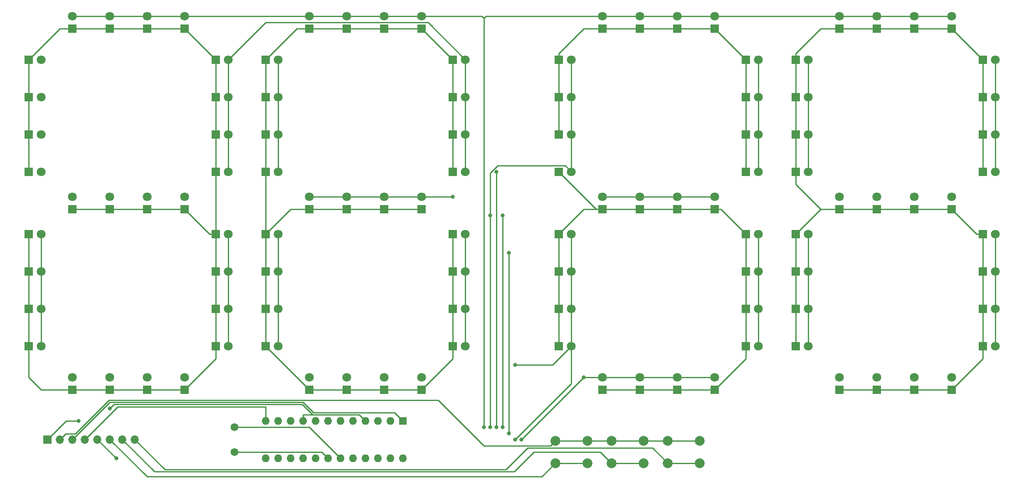
<source format=gbr>
%TF.GenerationSoftware,KiCad,Pcbnew,(6.0.9-0)*%
%TF.CreationDate,2022-11-15T20:56:47-05:00*%
%TF.ProjectId,clock,636c6f63-6b2e-46b6-9963-61645f706362,rev?*%
%TF.SameCoordinates,Original*%
%TF.FileFunction,Copper,L1,Top*%
%TF.FilePolarity,Positive*%
%FSLAX46Y46*%
G04 Gerber Fmt 4.6, Leading zero omitted, Abs format (unit mm)*
G04 Created by KiCad (PCBNEW (6.0.9-0)) date 2022-11-15 20:56:47*
%MOMM*%
%LPD*%
G01*
G04 APERTURE LIST*
%TA.AperFunction,ComponentPad*%
%ADD10R,1.800000X1.800000*%
%TD*%
%TA.AperFunction,ComponentPad*%
%ADD11C,1.800000*%
%TD*%
%TA.AperFunction,ComponentPad*%
%ADD12C,1.600000*%
%TD*%
%TA.AperFunction,ComponentPad*%
%ADD13C,2.000000*%
%TD*%
%TA.AperFunction,ComponentPad*%
%ADD14R,1.600000X1.600000*%
%TD*%
%TA.AperFunction,ComponentPad*%
%ADD15O,1.600000X1.600000*%
%TD*%
%TA.AperFunction,ComponentPad*%
%ADD16R,1.700000X1.700000*%
%TD*%
%TA.AperFunction,ComponentPad*%
%ADD17O,1.700000X1.700000*%
%TD*%
%TA.AperFunction,ViaPad*%
%ADD18C,0.800000*%
%TD*%
%TA.AperFunction,Conductor*%
%ADD19C,0.250000*%
%TD*%
G04 APERTURE END LIST*
D10*
%TO.P,D104,1,K*%
%TO.N,DIG_1*%
X80640000Y-29210000D03*
D11*
%TO.P,D104,2,A*%
%TO.N,SEG_F*%
X83180000Y-29210000D03*
%TD*%
D10*
%TO.P,D72,1,K*%
%TO.N,DIG_1*%
X118740000Y-52070000D03*
D11*
%TO.P,D72,2,A*%
%TO.N,SEG_B*%
X121280000Y-52070000D03*
%TD*%
D10*
%TO.P,D1,1,K*%
%TO.N,DIG_2*%
X149220000Y-22860000D03*
D11*
%TO.P,D1,2,A*%
%TO.N,SEG_A*%
X149220000Y-20320000D03*
%TD*%
D12*
%TO.P,R1,1*%
%TO.N,VCC*%
X74290000Y-104140000D03*
%TO.P,R1,2*%
%TO.N,Net-(R1-Pad2)*%
X74290000Y-109220000D03*
%TD*%
D10*
%TO.P,D91,1,K*%
%TO.N,DIG_3*%
X188590000Y-72390000D03*
D11*
%TO.P,D91,2,A*%
%TO.N,SEG_E*%
X191130000Y-72390000D03*
%TD*%
D10*
%TO.P,D43,1,K*%
%TO.N,DIG_2*%
X140330000Y-36830000D03*
D11*
%TO.P,D43,2,A*%
%TO.N,SEG_F*%
X142870000Y-36830000D03*
%TD*%
D10*
%TO.P,D36,1,K*%
%TO.N,DIG_2*%
X140330000Y-64770000D03*
D11*
%TO.P,D36,2,A*%
%TO.N,SEG_E*%
X142870000Y-64770000D03*
%TD*%
D10*
%TO.P,D5,1,K*%
%TO.N,DIG_2*%
X178430000Y-29210000D03*
D11*
%TO.P,D5,2,A*%
%TO.N,SEG_B*%
X180970000Y-29210000D03*
%TD*%
D10*
%TO.P,D48,1,K*%
%TO.N,DIG_0*%
X32380000Y-29210000D03*
D11*
%TO.P,D48,2,A*%
%TO.N,SEG_F*%
X34920000Y-29210000D03*
%TD*%
D10*
%TO.P,D22,1,K*%
%TO.N,DIG_0*%
X70480000Y-72390000D03*
D11*
%TO.P,D22,2,A*%
%TO.N,SEG_C*%
X73020000Y-72390000D03*
%TD*%
D10*
%TO.P,D27,1,K*%
%TO.N,DIG_2*%
X156840000Y-96520000D03*
D11*
%TO.P,D27,2,A*%
%TO.N,SEG_D*%
X156840000Y-93980000D03*
%TD*%
D10*
%TO.P,D53,1,K*%
%TO.N,DIG_0*%
X41270000Y-59690000D03*
D11*
%TO.P,D53,2,A*%
%TO.N,SEG_G*%
X41270000Y-57150000D03*
%TD*%
D10*
%TO.P,D81,1,K*%
%TO.N,DIG_3*%
X220340000Y-96520000D03*
D11*
%TO.P,D81,2,A*%
%TO.N,SEG_D*%
X220340000Y-93980000D03*
%TD*%
D10*
%TO.P,D52,1,K*%
%TO.N,DIG_2*%
X172080000Y-59690000D03*
D11*
%TO.P,D52,2,A*%
%TO.N,SEG_G*%
X172080000Y-57150000D03*
%TD*%
D10*
%TO.P,D10,1,K*%
%TO.N,DIG_0*%
X48890000Y-22860000D03*
D11*
%TO.P,D10,2,A*%
%TO.N,SEG_A*%
X48890000Y-20320000D03*
%TD*%
D10*
%TO.P,D21,1,K*%
%TO.N,DIG_0*%
X70480000Y-64770000D03*
D11*
%TO.P,D21,2,A*%
%TO.N,SEG_C*%
X73020000Y-64770000D03*
%TD*%
D10*
%TO.P,D63,1,K*%
%TO.N,DIG_1*%
X104770000Y-22860000D03*
D11*
%TO.P,D63,2,A*%
%TO.N,SEG_A*%
X104770000Y-20320000D03*
%TD*%
D10*
%TO.P,D59,1,K*%
%TO.N,DIG_3*%
X212720000Y-22860000D03*
D11*
%TO.P,D59,2,A*%
%TO.N,SEG_A*%
X212720000Y-20320000D03*
%TD*%
D10*
%TO.P,D103,1,K*%
%TO.N,DIG_1*%
X80640000Y-36830000D03*
D11*
%TO.P,D103,2,A*%
%TO.N,SEG_F*%
X83180000Y-36830000D03*
%TD*%
D10*
%TO.P,D51,1,K*%
%TO.N,DIG_2*%
X164460000Y-59690000D03*
D11*
%TO.P,D51,2,A*%
%TO.N,SEG_G*%
X164460000Y-57150000D03*
%TD*%
D10*
%TO.P,D61,1,K*%
%TO.N,DIG_1*%
X89530000Y-22860000D03*
D11*
%TO.P,D61,2,A*%
%TO.N,SEG_A*%
X89530000Y-20320000D03*
%TD*%
D10*
%TO.P,D45,1,K*%
%TO.N,DIG_0*%
X32380000Y-52070000D03*
D11*
%TO.P,D45,2,A*%
%TO.N,SEG_F*%
X34920000Y-52070000D03*
%TD*%
D10*
%TO.P,D29,1,K*%
%TO.N,DIG_0*%
X64130000Y-96520000D03*
D11*
%TO.P,D29,2,A*%
%TO.N,SEG_D*%
X64130000Y-93980000D03*
%TD*%
D10*
%TO.P,D90,1,K*%
%TO.N,DIG_3*%
X188590000Y-80010000D03*
D11*
%TO.P,D90,2,A*%
%TO.N,SEG_E*%
X191130000Y-80010000D03*
%TD*%
D10*
%TO.P,D96,1,K*%
%TO.N,DIG_1*%
X80640000Y-64770000D03*
D11*
%TO.P,D96,2,A*%
%TO.N,SEG_E*%
X83180000Y-64770000D03*
%TD*%
D10*
%TO.P,D40,1,K*%
%TO.N,DIG_0*%
X32380000Y-64770000D03*
D11*
%TO.P,D40,2,A*%
%TO.N,SEG_E*%
X34920000Y-64770000D03*
%TD*%
D10*
%TO.P,D83,1,K*%
%TO.N,DIG_3*%
X205100000Y-96520000D03*
D11*
%TO.P,D83,2,A*%
%TO.N,SEG_D*%
X205100000Y-93980000D03*
%TD*%
D10*
%TO.P,D19,1,K*%
%TO.N,DIG_2*%
X178430000Y-80010000D03*
D11*
%TO.P,D19,2,A*%
%TO.N,SEG_C*%
X180970000Y-80010000D03*
%TD*%
D10*
%TO.P,D74,1,K*%
%TO.N,DIG_3*%
X226690000Y-72390000D03*
D11*
%TO.P,D74,2,A*%
%TO.N,SEG_C*%
X229230000Y-72390000D03*
%TD*%
D10*
%TO.P,D26,1,K*%
%TO.N,DIG_2*%
X164460000Y-96520000D03*
D11*
%TO.P,D26,2,A*%
%TO.N,SEG_D*%
X164460000Y-93980000D03*
%TD*%
D10*
%TO.P,D67,1,K*%
%TO.N,DIG_3*%
X226690000Y-44450000D03*
D11*
%TO.P,D67,2,A*%
%TO.N,SEG_B*%
X229230000Y-44450000D03*
%TD*%
D10*
%TO.P,D70,1,K*%
%TO.N,DIG_1*%
X118740000Y-36830000D03*
D11*
%TO.P,D70,2,A*%
%TO.N,SEG_B*%
X121280000Y-36830000D03*
%TD*%
D10*
%TO.P,D39,1,K*%
%TO.N,DIG_0*%
X32380000Y-72390000D03*
D11*
%TO.P,D39,2,A*%
%TO.N,SEG_E*%
X34920000Y-72390000D03*
%TD*%
D10*
%TO.P,D56,1,K*%
%TO.N,DIG_0*%
X64130000Y-59690000D03*
D11*
%TO.P,D56,2,A*%
%TO.N,SEG_G*%
X64130000Y-57150000D03*
%TD*%
D10*
%TO.P,D68,1,K*%
%TO.N,DIG_3*%
X226690000Y-52070000D03*
D11*
%TO.P,D68,2,A*%
%TO.N,SEG_B*%
X229230000Y-52070000D03*
%TD*%
D10*
%TO.P,D64,1,K*%
%TO.N,DIG_1*%
X112390000Y-22860000D03*
D11*
%TO.P,D64,2,A*%
%TO.N,SEG_A*%
X112390000Y-20320000D03*
%TD*%
D10*
%TO.P,D109,1,K*%
%TO.N,DIG_1*%
X89530000Y-59690000D03*
D11*
%TO.P,D109,2,A*%
%TO.N,SEG_G*%
X89530000Y-57150000D03*
%TD*%
D10*
%TO.P,D69,1,K*%
%TO.N,DIG_1*%
X118740000Y-29210000D03*
D11*
%TO.P,D69,2,A*%
%TO.N,SEG_B*%
X121280000Y-29210000D03*
%TD*%
D10*
%TO.P,D73,1,K*%
%TO.N,DIG_3*%
X226690000Y-64770000D03*
D11*
%TO.P,D73,2,A*%
%TO.N,SEG_C*%
X229230000Y-64770000D03*
%TD*%
D10*
%TO.P,D89,1,K*%
%TO.N,DIG_3*%
X188590000Y-87630000D03*
D11*
%TO.P,D89,2,A*%
%TO.N,SEG_E*%
X191130000Y-87630000D03*
%TD*%
D10*
%TO.P,D9,1,K*%
%TO.N,DIG_0*%
X41270000Y-22860000D03*
D11*
%TO.P,D9,2,A*%
%TO.N,SEG_A*%
X41270000Y-20320000D03*
%TD*%
D13*
%TO.P,SW2,1,1*%
%TO.N,DOWN*%
X151050000Y-111470000D03*
X157550000Y-111470000D03*
%TO.P,SW2,2,2*%
%TO.N,GND*%
X151050000Y-106970000D03*
X157550000Y-106970000D03*
%TD*%
D10*
%TO.P,D4,1,K*%
%TO.N,DIG_2*%
X172080000Y-22860000D03*
D11*
%TO.P,D4,2,A*%
%TO.N,SEG_A*%
X172080000Y-20320000D03*
%TD*%
D10*
%TO.P,D88,1,K*%
%TO.N,DIG_1*%
X89530000Y-96520000D03*
D11*
%TO.P,D88,2,A*%
%TO.N,SEG_D*%
X89530000Y-93980000D03*
%TD*%
D10*
%TO.P,D28,1,K*%
%TO.N,DIG_2*%
X149220000Y-96520000D03*
D11*
%TO.P,D28,2,A*%
%TO.N,SEG_D*%
X149220000Y-93980000D03*
%TD*%
D10*
%TO.P,D57,1,K*%
%TO.N,DIG_3*%
X197480000Y-22860000D03*
D11*
%TO.P,D57,2,A*%
%TO.N,SEG_A*%
X197480000Y-20320000D03*
%TD*%
D10*
%TO.P,D65,1,K*%
%TO.N,DIG_3*%
X226690000Y-29210000D03*
D11*
%TO.P,D65,2,A*%
%TO.N,SEG_B*%
X229230000Y-29210000D03*
%TD*%
D10*
%TO.P,D24,1,K*%
%TO.N,DIG_0*%
X70480000Y-87630000D03*
D11*
%TO.P,D24,2,A*%
%TO.N,SEG_C*%
X73020000Y-87630000D03*
%TD*%
D10*
%TO.P,D20,1,K*%
%TO.N,DIG_2*%
X178430000Y-87630000D03*
D11*
%TO.P,D20,2,A*%
%TO.N,SEG_C*%
X180970000Y-87630000D03*
%TD*%
D10*
%TO.P,D37,1,K*%
%TO.N,DIG_0*%
X32380000Y-87630000D03*
D11*
%TO.P,D37,2,A*%
%TO.N,SEG_E*%
X34920000Y-87630000D03*
%TD*%
D10*
%TO.P,D54,1,K*%
%TO.N,DIG_0*%
X48890000Y-59690000D03*
D11*
%TO.P,D54,2,A*%
%TO.N,SEG_G*%
X48890000Y-57150000D03*
%TD*%
D10*
%TO.P,D80,1,K*%
%TO.N,DIG_1*%
X118740000Y-87630000D03*
D11*
%TO.P,D80,2,A*%
%TO.N,SEG_C*%
X121280000Y-87630000D03*
%TD*%
D10*
%TO.P,D47,1,K*%
%TO.N,DIG_0*%
X32380000Y-36830000D03*
D11*
%TO.P,D47,2,A*%
%TO.N,SEG_F*%
X34920000Y-36830000D03*
%TD*%
D10*
%TO.P,D34,1,K*%
%TO.N,DIG_2*%
X140330000Y-80010000D03*
D11*
%TO.P,D34,2,A*%
%TO.N,SEG_E*%
X142870000Y-80010000D03*
%TD*%
D10*
%TO.P,D102,1,K*%
%TO.N,DIG_1*%
X80640000Y-44450000D03*
D11*
%TO.P,D102,2,A*%
%TO.N,SEG_F*%
X83180000Y-44450000D03*
%TD*%
D10*
%TO.P,D35,1,K*%
%TO.N,DIG_2*%
X140330000Y-72390000D03*
D11*
%TO.P,D35,2,A*%
%TO.N,SEG_E*%
X142870000Y-72390000D03*
%TD*%
D10*
%TO.P,D112,1,K*%
%TO.N,DIG_1*%
X112390000Y-59690000D03*
D11*
%TO.P,D112,2,A*%
%TO.N,SEG_G*%
X112390000Y-57150000D03*
%TD*%
D10*
%TO.P,D71,1,K*%
%TO.N,DIG_1*%
X118740000Y-44450000D03*
D11*
%TO.P,D71,2,A*%
%TO.N,SEG_B*%
X121280000Y-44450000D03*
%TD*%
D10*
%TO.P,D49,1,K*%
%TO.N,DIG_2*%
X149220000Y-59690000D03*
D11*
%TO.P,D49,2,A*%
%TO.N,SEG_G*%
X149220000Y-57150000D03*
%TD*%
D10*
%TO.P,D17,1,K*%
%TO.N,DIG_2*%
X178430000Y-64770000D03*
D11*
%TO.P,D17,2,A*%
%TO.N,SEG_C*%
X180970000Y-64770000D03*
%TD*%
D10*
%TO.P,D106,1,K*%
%TO.N,DIG_3*%
X205100000Y-59690000D03*
D11*
%TO.P,D106,2,A*%
%TO.N,SEG_G*%
X205100000Y-57150000D03*
%TD*%
D10*
%TO.P,D32,1,K*%
%TO.N,DIG_0*%
X41270000Y-96520000D03*
D11*
%TO.P,D32,2,A*%
%TO.N,SEG_D*%
X41270000Y-93980000D03*
%TD*%
D10*
%TO.P,D100,1,K*%
%TO.N,DIG_3*%
X188590000Y-29210000D03*
D11*
%TO.P,D100,2,A*%
%TO.N,SEG_F*%
X191130000Y-29210000D03*
%TD*%
D10*
%TO.P,D55,1,K*%
%TO.N,DIG_0*%
X56510000Y-59690000D03*
D11*
%TO.P,D55,2,A*%
%TO.N,SEG_G*%
X56510000Y-57150000D03*
%TD*%
D10*
%TO.P,D44,1,K*%
%TO.N,DIG_2*%
X140330000Y-29210000D03*
D11*
%TO.P,D44,2,A*%
%TO.N,SEG_F*%
X142870000Y-29210000D03*
%TD*%
D10*
%TO.P,D15,1,K*%
%TO.N,DIG_0*%
X70480000Y-44450000D03*
D11*
%TO.P,D15,2,A*%
%TO.N,SEG_B*%
X73020000Y-44450000D03*
%TD*%
D10*
%TO.P,D99,1,K*%
%TO.N,DIG_3*%
X188590000Y-36830000D03*
D11*
%TO.P,D99,2,A*%
%TO.N,SEG_F*%
X191130000Y-36830000D03*
%TD*%
D10*
%TO.P,D108,1,K*%
%TO.N,DIG_3*%
X220340000Y-59690000D03*
D11*
%TO.P,D108,2,A*%
%TO.N,SEG_G*%
X220340000Y-57150000D03*
%TD*%
D10*
%TO.P,D66,1,K*%
%TO.N,DIG_3*%
X226690000Y-36830000D03*
D11*
%TO.P,D66,2,A*%
%TO.N,SEG_B*%
X229230000Y-36830000D03*
%TD*%
D10*
%TO.P,D58,1,K*%
%TO.N,DIG_3*%
X205100000Y-22860000D03*
D11*
%TO.P,D58,2,A*%
%TO.N,SEG_A*%
X205100000Y-20320000D03*
%TD*%
D10*
%TO.P,D110,1,K*%
%TO.N,DIG_1*%
X97150000Y-59690000D03*
D11*
%TO.P,D110,2,A*%
%TO.N,SEG_G*%
X97150000Y-57150000D03*
%TD*%
D10*
%TO.P,D23,1,K*%
%TO.N,DIG_0*%
X70480000Y-80010000D03*
D11*
%TO.P,D23,2,A*%
%TO.N,SEG_C*%
X73020000Y-80010000D03*
%TD*%
D14*
%TO.P,U2,1,DIN*%
%TO.N,MOSI*%
X108585000Y-102880000D03*
D15*
%TO.P,U2,2,DIG_0*%
%TO.N,DIG_0*%
X106045000Y-102880000D03*
%TO.P,U2,3,DIG_4*%
%TO.N,unconnected-(U2-Pad3)*%
X103505000Y-102880000D03*
%TO.P,U2,4,GND*%
%TO.N,GND*%
X100965000Y-102880000D03*
%TO.P,U2,5,DIG_6*%
%TO.N,unconnected-(U2-Pad5)*%
X98425000Y-102880000D03*
%TO.P,U2,6,DIG_2*%
%TO.N,DIG_2*%
X95885000Y-102880000D03*
%TO.P,U2,7,DIG_3*%
%TO.N,DIG_3*%
X93345000Y-102880000D03*
%TO.P,U2,8,DIG_7*%
%TO.N,unconnected-(U2-Pad8)*%
X90805000Y-102880000D03*
%TO.P,U2,9,GND*%
%TO.N,GND*%
X88265000Y-102880000D03*
%TO.P,U2,10,DIG_5*%
%TO.N,unconnected-(U2-Pad10)*%
X85725000Y-102880000D03*
%TO.P,U2,11,DIG_1*%
%TO.N,DIG_1*%
X83185000Y-102880000D03*
%TO.P,U2,12,LOAD*%
%TO.N,CE*%
X80645000Y-102880000D03*
%TO.P,U2,13,CLK*%
%TO.N,SCK*%
X80645000Y-110500000D03*
%TO.P,U2,14,SEG_A*%
%TO.N,SEG_A*%
X83185000Y-110500000D03*
%TO.P,U2,15,SEG_F*%
%TO.N,SEG_F*%
X85725000Y-110500000D03*
%TO.P,U2,16,SEG_B*%
%TO.N,SEG_B*%
X88265000Y-110500000D03*
%TO.P,U2,17,SEG_G*%
%TO.N,SEG_G*%
X90805000Y-110500000D03*
%TO.P,U2,18,ISET*%
%TO.N,Net-(R1-Pad2)*%
X93345000Y-110500000D03*
%TO.P,U2,19,V+*%
%TO.N,VCC*%
X95885000Y-110500000D03*
%TO.P,U2,20,SEG_C*%
%TO.N,SEG_C*%
X98425000Y-110500000D03*
%TO.P,U2,21,SEG_E*%
%TO.N,SEG_E*%
X100965000Y-110500000D03*
%TO.P,U2,22,SEG_DP*%
%TO.N,unconnected-(U2-Pad22)*%
X103505000Y-110500000D03*
%TO.P,U2,23,SEG_D*%
%TO.N,SEG_D*%
X106045000Y-110500000D03*
%TO.P,U2,24,DOUT*%
%TO.N,unconnected-(U2-Pad24)*%
X108585000Y-110500000D03*
%TD*%
D10*
%TO.P,D33,1,K*%
%TO.N,DIG_2*%
X140330000Y-87630000D03*
D11*
%TO.P,D33,2,A*%
%TO.N,SEG_E*%
X142870000Y-87630000D03*
%TD*%
D10*
%TO.P,D92,1,K*%
%TO.N,DIG_3*%
X188590000Y-64770000D03*
D11*
%TO.P,D92,2,A*%
%TO.N,SEG_E*%
X191130000Y-64770000D03*
%TD*%
D10*
%TO.P,D7,1,K*%
%TO.N,DIG_2*%
X178430000Y-44450000D03*
D11*
%TO.P,D7,2,A*%
%TO.N,SEG_B*%
X180970000Y-44450000D03*
%TD*%
D10*
%TO.P,D82,1,K*%
%TO.N,DIG_3*%
X212720000Y-96520000D03*
D11*
%TO.P,D82,2,A*%
%TO.N,SEG_D*%
X212720000Y-93980000D03*
%TD*%
D10*
%TO.P,D79,1,K*%
%TO.N,DIG_1*%
X118740000Y-80010000D03*
D11*
%TO.P,D79,2,A*%
%TO.N,SEG_C*%
X121280000Y-80010000D03*
%TD*%
D10*
%TO.P,D30,1,K*%
%TO.N,DIG_0*%
X56510000Y-96520000D03*
D11*
%TO.P,D30,2,A*%
%TO.N,SEG_D*%
X56510000Y-93980000D03*
%TD*%
D10*
%TO.P,D95,1,K*%
%TO.N,DIG_1*%
X80640000Y-72390000D03*
D11*
%TO.P,D95,2,A*%
%TO.N,SEG_E*%
X83180000Y-72390000D03*
%TD*%
D10*
%TO.P,D16,1,K*%
%TO.N,DIG_0*%
X70480000Y-52070000D03*
D11*
%TO.P,D16,2,A*%
%TO.N,SEG_B*%
X73020000Y-52070000D03*
%TD*%
D10*
%TO.P,D13,1,K*%
%TO.N,DIG_0*%
X70480000Y-29210000D03*
D11*
%TO.P,D13,2,A*%
%TO.N,SEG_B*%
X73020000Y-29210000D03*
%TD*%
D10*
%TO.P,D60,1,K*%
%TO.N,DIG_3*%
X220340000Y-22860000D03*
D11*
%TO.P,D60,2,A*%
%TO.N,SEG_A*%
X220340000Y-20320000D03*
%TD*%
D10*
%TO.P,D2,1,K*%
%TO.N,DIG_2*%
X156840000Y-22860000D03*
D11*
%TO.P,D2,2,A*%
%TO.N,SEG_A*%
X156840000Y-20320000D03*
%TD*%
D10*
%TO.P,D11,1,K*%
%TO.N,DIG_0*%
X56510000Y-22860000D03*
D11*
%TO.P,D11,2,A*%
%TO.N,SEG_A*%
X56510000Y-20320000D03*
%TD*%
D10*
%TO.P,D101,1,K*%
%TO.N,DIG_1*%
X80640000Y-52070000D03*
D11*
%TO.P,D101,2,A*%
%TO.N,SEG_F*%
X83180000Y-52070000D03*
%TD*%
D13*
%TO.P,SW3,1,1*%
%TO.N,SET*%
X162480000Y-111470000D03*
X168980000Y-111470000D03*
%TO.P,SW3,2,2*%
%TO.N,GND*%
X162480000Y-106970000D03*
X168980000Y-106970000D03*
%TD*%
D10*
%TO.P,D50,1,K*%
%TO.N,DIG_2*%
X156840000Y-59690000D03*
D11*
%TO.P,D50,2,A*%
%TO.N,SEG_G*%
X156840000Y-57150000D03*
%TD*%
D10*
%TO.P,D86,1,K*%
%TO.N,DIG_1*%
X104770000Y-96520000D03*
D11*
%TO.P,D86,2,A*%
%TO.N,SEG_D*%
X104770000Y-93980000D03*
%TD*%
D10*
%TO.P,D3,1,K*%
%TO.N,DIG_2*%
X164460000Y-22860000D03*
D11*
%TO.P,D3,2,A*%
%TO.N,SEG_A*%
X164460000Y-20320000D03*
%TD*%
D10*
%TO.P,D76,1,K*%
%TO.N,DIG_3*%
X226690000Y-87630000D03*
D11*
%TO.P,D76,2,A*%
%TO.N,SEG_C*%
X229230000Y-87630000D03*
%TD*%
D10*
%TO.P,D14,1,K*%
%TO.N,DIG_0*%
X70480000Y-36830000D03*
D11*
%TO.P,D14,2,A*%
%TO.N,SEG_B*%
X73020000Y-36830000D03*
%TD*%
D10*
%TO.P,D78,1,K*%
%TO.N,DIG_1*%
X118740000Y-72390000D03*
D11*
%TO.P,D78,2,A*%
%TO.N,SEG_C*%
X121280000Y-72390000D03*
%TD*%
D10*
%TO.P,D42,1,K*%
%TO.N,DIG_2*%
X140330000Y-44450000D03*
D11*
%TO.P,D42,2,A*%
%TO.N,SEG_F*%
X142870000Y-44450000D03*
%TD*%
D16*
%TO.P,J1,1,Pin_1*%
%TO.N,VCC*%
X36205000Y-106655000D03*
D17*
%TO.P,J1,2,Pin_2*%
%TO.N,GND*%
X38745000Y-106655000D03*
%TO.P,J1,3,Pin_3*%
%TO.N,MOSI*%
X41285000Y-106655000D03*
%TO.P,J1,4,Pin_4*%
%TO.N,CE*%
X43825000Y-106655000D03*
%TO.P,J1,5,Pin_5*%
%TO.N,SCK*%
X46365000Y-106655000D03*
%TO.P,J1,6,Pin_6*%
%TO.N,UP*%
X48905000Y-106655000D03*
%TO.P,J1,7,Pin_7*%
%TO.N,DOWN*%
X51445000Y-106655000D03*
%TO.P,J1,8,Pin_8*%
%TO.N,SET*%
X53985000Y-106655000D03*
%TD*%
D10*
%TO.P,D97,1,K*%
%TO.N,DIG_3*%
X188590000Y-52070000D03*
D11*
%TO.P,D97,2,A*%
%TO.N,SEG_F*%
X191130000Y-52070000D03*
%TD*%
D10*
%TO.P,D98,1,K*%
%TO.N,DIG_3*%
X188590000Y-44450000D03*
D11*
%TO.P,D98,2,A*%
%TO.N,SEG_F*%
X191130000Y-44450000D03*
%TD*%
D10*
%TO.P,D94,1,K*%
%TO.N,DIG_1*%
X80640000Y-80010000D03*
D11*
%TO.P,D94,2,A*%
%TO.N,SEG_E*%
X83180000Y-80010000D03*
%TD*%
D10*
%TO.P,D38,1,K*%
%TO.N,DIG_0*%
X32380000Y-80010000D03*
D11*
%TO.P,D38,2,A*%
%TO.N,SEG_E*%
X34920000Y-80010000D03*
%TD*%
D10*
%TO.P,D85,1,K*%
%TO.N,DIG_1*%
X112390000Y-96520000D03*
D11*
%TO.P,D85,2,A*%
%TO.N,SEG_D*%
X112390000Y-93980000D03*
%TD*%
D10*
%TO.P,D77,1,K*%
%TO.N,DIG_1*%
X118740000Y-64770000D03*
D11*
%TO.P,D77,2,A*%
%TO.N,SEG_C*%
X121280000Y-64770000D03*
%TD*%
D10*
%TO.P,D8,1,K*%
%TO.N,DIG_2*%
X178430000Y-52070000D03*
D11*
%TO.P,D8,2,A*%
%TO.N,SEG_B*%
X180970000Y-52070000D03*
%TD*%
D10*
%TO.P,D93,1,K*%
%TO.N,DIG_1*%
X80640000Y-87630000D03*
D11*
%TO.P,D93,2,A*%
%TO.N,SEG_E*%
X83180000Y-87630000D03*
%TD*%
D10*
%TO.P,D41,1,K*%
%TO.N,DIG_2*%
X140330000Y-52070000D03*
D11*
%TO.P,D41,2,A*%
%TO.N,SEG_F*%
X142870000Y-52070000D03*
%TD*%
D10*
%TO.P,D12,1,K*%
%TO.N,DIG_0*%
X64130000Y-22860000D03*
D11*
%TO.P,D12,2,A*%
%TO.N,SEG_A*%
X64130000Y-20320000D03*
%TD*%
D10*
%TO.P,D25,1,K*%
%TO.N,DIG_2*%
X172080000Y-96520000D03*
D11*
%TO.P,D25,2,A*%
%TO.N,SEG_D*%
X172080000Y-93980000D03*
%TD*%
D10*
%TO.P,D105,1,K*%
%TO.N,DIG_3*%
X197480000Y-59690000D03*
D11*
%TO.P,D105,2,A*%
%TO.N,SEG_G*%
X197480000Y-57150000D03*
%TD*%
D10*
%TO.P,D31,1,K*%
%TO.N,DIG_0*%
X48890000Y-96520000D03*
D11*
%TO.P,D31,2,A*%
%TO.N,SEG_D*%
X48890000Y-93980000D03*
%TD*%
D10*
%TO.P,D18,1,K*%
%TO.N,DIG_2*%
X178430000Y-72390000D03*
D11*
%TO.P,D18,2,A*%
%TO.N,SEG_C*%
X180970000Y-72390000D03*
%TD*%
D10*
%TO.P,D107,1,K*%
%TO.N,DIG_3*%
X212720000Y-59690000D03*
D11*
%TO.P,D107,2,A*%
%TO.N,SEG_G*%
X212720000Y-57150000D03*
%TD*%
D10*
%TO.P,D75,1,K*%
%TO.N,DIG_3*%
X226690000Y-80010000D03*
D11*
%TO.P,D75,2,A*%
%TO.N,SEG_C*%
X229230000Y-80010000D03*
%TD*%
D10*
%TO.P,D87,1,K*%
%TO.N,DIG_1*%
X97150000Y-96520000D03*
D11*
%TO.P,D87,2,A*%
%TO.N,SEG_D*%
X97150000Y-93980000D03*
%TD*%
D10*
%TO.P,D84,1,K*%
%TO.N,DIG_3*%
X197480000Y-96520000D03*
D11*
%TO.P,D84,2,A*%
%TO.N,SEG_D*%
X197480000Y-93980000D03*
%TD*%
D13*
%TO.P,SW1,1,1*%
%TO.N,UP*%
X146120000Y-111470000D03*
X139620000Y-111470000D03*
%TO.P,SW1,2,2*%
%TO.N,GND*%
X139620000Y-106970000D03*
X146120000Y-106970000D03*
%TD*%
D10*
%TO.P,D46,1,K*%
%TO.N,DIG_0*%
X32380000Y-44450000D03*
D11*
%TO.P,D46,2,A*%
%TO.N,SEG_F*%
X34920000Y-44450000D03*
%TD*%
D10*
%TO.P,D111,1,K*%
%TO.N,DIG_1*%
X104770000Y-59690000D03*
D11*
%TO.P,D111,2,A*%
%TO.N,SEG_G*%
X104770000Y-57150000D03*
%TD*%
D10*
%TO.P,D6,1,K*%
%TO.N,DIG_2*%
X178430000Y-36830000D03*
D11*
%TO.P,D6,2,A*%
%TO.N,SEG_B*%
X180970000Y-36830000D03*
%TD*%
D10*
%TO.P,D62,1,K*%
%TO.N,DIG_1*%
X97150000Y-22860000D03*
D11*
%TO.P,D62,2,A*%
%TO.N,SEG_A*%
X97150000Y-20320000D03*
%TD*%
D18*
%TO.N,SEG_A*%
X125090000Y-104140000D03*
%TO.N,SEG_B*%
X127630000Y-52070000D03*
X127630000Y-104140000D03*
%TO.N,SEG_C*%
X130170000Y-68580000D03*
X130170000Y-105410000D03*
%TO.N,SEG_D*%
X132710000Y-106680000D03*
X145410000Y-93980000D03*
%TO.N,SEG_E*%
X131440000Y-91440000D03*
X131440000Y-106680000D03*
%TO.N,SEG_F*%
X126360000Y-104140000D03*
X126360000Y-60960000D03*
%TO.N,SEG_G*%
X118740000Y-57150000D03*
X128900000Y-60960000D03*
X128900000Y-104140000D03*
%TO.N,VCC*%
X42540000Y-102870000D03*
%TO.N,GND*%
X48890000Y-100330000D03*
%TO.N,SCK*%
X50210000Y-110500000D03*
%TD*%
D19*
%TO.N,DIG_2*%
X145410000Y-59690000D02*
X140330000Y-64770000D01*
X140330000Y-29210000D02*
X140330000Y-44450000D01*
X172080000Y-22860000D02*
X178430000Y-29210000D01*
X173350000Y-59690000D02*
X178430000Y-64770000D01*
X147950000Y-59690000D02*
X149220000Y-59690000D01*
X140330000Y-29210000D02*
X140330000Y-27940000D01*
X172080000Y-96520000D02*
X178430000Y-90170000D01*
X145410000Y-22860000D02*
X149220000Y-22860000D01*
X172080000Y-59690000D02*
X149220000Y-59690000D01*
X178430000Y-90170000D02*
X178430000Y-87630000D01*
X149220000Y-96520000D02*
X172080000Y-96520000D01*
X140330000Y-52070000D02*
X147950000Y-59690000D01*
X149220000Y-59690000D02*
X145410000Y-59690000D01*
X140330000Y-27940000D02*
X145410000Y-22860000D01*
X178430000Y-29210000D02*
X178430000Y-52070000D01*
X140330000Y-64770000D02*
X140330000Y-87630000D01*
X178430000Y-87630000D02*
X178430000Y-64770000D01*
X172080000Y-59690000D02*
X173350000Y-59690000D01*
X149220000Y-22860000D02*
X172080000Y-22860000D01*
%TO.N,SEG_A*%
X64130000Y-20320000D02*
X89530000Y-20320000D01*
X97150000Y-20320000D02*
X104770000Y-20320000D01*
X156840000Y-20320000D02*
X149645000Y-20320000D01*
X97150000Y-20320000D02*
X89530000Y-20320000D01*
X125090000Y-104140000D02*
X125090000Y-20745000D01*
X156840000Y-20320000D02*
X172080000Y-20320000D01*
X104770000Y-20320000D02*
X112390000Y-20320000D01*
X172080000Y-20320000D02*
X220340000Y-20320000D01*
X56510000Y-20320000D02*
X63705000Y-20320000D01*
X48890000Y-20320000D02*
X56510000Y-20320000D01*
X125515000Y-20320000D02*
X149220000Y-20320000D01*
X125090000Y-20745000D02*
X125515000Y-20320000D01*
X112390000Y-20320000D02*
X124665000Y-20320000D01*
X124665000Y-20320000D02*
X125090000Y-20745000D01*
X41270000Y-20320000D02*
X48890000Y-20320000D01*
%TO.N,SEG_B*%
X113705000Y-21635000D02*
X80595000Y-21635000D01*
X121280000Y-29210000D02*
X121280000Y-52070000D01*
X121280000Y-29210000D02*
X113705000Y-21635000D01*
X127630000Y-104140000D02*
X127630000Y-52070000D01*
X180970000Y-52070000D02*
X180970000Y-29210000D01*
X73020000Y-29210000D02*
X73020000Y-52070000D01*
X80595000Y-21635000D02*
X73020000Y-29210000D01*
X229230000Y-52070000D02*
X229230000Y-29210000D01*
%TO.N,DIG_0*%
X41270000Y-22860000D02*
X64130000Y-22860000D01*
X38730000Y-22860000D02*
X32380000Y-29210000D01*
X69210000Y-64770000D02*
X64130000Y-59690000D01*
X64130000Y-59690000D02*
X41270000Y-59690000D01*
X70480000Y-29210000D02*
X70480000Y-52070000D01*
X34920000Y-96520000D02*
X32380000Y-93980000D01*
X70480000Y-90170000D02*
X64130000Y-96520000D01*
X41270000Y-22860000D02*
X38730000Y-22860000D01*
X32380000Y-29210000D02*
X32380000Y-36830000D01*
X41270000Y-96520000D02*
X34920000Y-96520000D01*
X32380000Y-44450000D02*
X32380000Y-52070000D01*
X41270000Y-96520000D02*
X64130000Y-96520000D01*
X32380000Y-36830000D02*
X32380000Y-44450000D01*
X70480000Y-52070000D02*
X70480000Y-87630000D01*
X64130000Y-22860000D02*
X70480000Y-29210000D01*
X70480000Y-87630000D02*
X70480000Y-90170000D01*
X70480000Y-64770000D02*
X69210000Y-64770000D01*
X32380000Y-93980000D02*
X32380000Y-64770000D01*
%TO.N,SEG_C*%
X229230000Y-64770000D02*
X229230000Y-87630000D01*
X180970000Y-64770000D02*
X180970000Y-72390000D01*
X180970000Y-72390000D02*
X180970000Y-80010000D01*
X73020000Y-64770000D02*
X73020000Y-87630000D01*
X130170000Y-105410000D02*
X130170000Y-68580000D01*
X180970000Y-80010000D02*
X180970000Y-87630000D01*
X121280000Y-64770000D02*
X121280000Y-87630000D01*
%TO.N,SEG_D*%
X149220000Y-93980000D02*
X172080000Y-93980000D01*
X145410000Y-93980000D02*
X149220000Y-93980000D01*
X132710000Y-106680000D02*
X145410000Y-93980000D01*
%TO.N,SEG_E*%
X142870000Y-87630000D02*
X139060000Y-91440000D01*
X34920000Y-64770000D02*
X34920000Y-87630000D01*
X142870000Y-64770000D02*
X142870000Y-87630000D01*
X131440000Y-106680000D02*
X142870000Y-95250000D01*
X83180000Y-64770000D02*
X83180000Y-87630000D01*
X142870000Y-95250000D02*
X142870000Y-87630000D01*
X191130000Y-64770000D02*
X191130000Y-87630000D01*
X139060000Y-91440000D02*
X131440000Y-91440000D01*
%TO.N,SEG_F*%
X141645000Y-50845000D02*
X127829695Y-50845000D01*
X126360000Y-52314695D02*
X126360000Y-60960000D01*
X127829695Y-50845000D02*
X126360000Y-52314695D01*
X126360000Y-104140000D02*
X126360000Y-60960000D01*
X83180000Y-29210000D02*
X83180000Y-52070000D01*
X191130000Y-29210000D02*
X191130000Y-52070000D01*
X142870000Y-29210000D02*
X142870000Y-52070000D01*
X142870000Y-52070000D02*
X141645000Y-50845000D01*
%TO.N,SEG_G*%
X128900000Y-104140000D02*
X128900000Y-60960000D01*
X172080000Y-57150000D02*
X149220000Y-57150000D01*
X118740000Y-57150000D02*
X89530000Y-57150000D01*
%TO.N,DIG_3*%
X220340000Y-59690000D02*
X197480000Y-59690000D01*
X188590000Y-64770000D02*
X188590000Y-87630000D01*
X193670000Y-22860000D02*
X197480000Y-22860000D01*
X226690000Y-29210000D02*
X226690000Y-52070000D01*
X193670000Y-59690000D02*
X188590000Y-64770000D01*
X188590000Y-52070000D02*
X188590000Y-54610000D01*
X197480000Y-96520000D02*
X220340000Y-96520000D01*
X193670000Y-59690000D02*
X197480000Y-59690000D01*
X197480000Y-22860000D02*
X220340000Y-22860000D01*
X188590000Y-29210000D02*
X188590000Y-27940000D01*
X220340000Y-96520000D02*
X226690000Y-90170000D01*
X220340000Y-22860000D02*
X226690000Y-29210000D01*
X188590000Y-54610000D02*
X193670000Y-59690000D01*
X188590000Y-27940000D02*
X193670000Y-22860000D01*
X226690000Y-90170000D02*
X226690000Y-64770000D01*
X226690000Y-64770000D02*
X225420000Y-64770000D01*
X225420000Y-64770000D02*
X220340000Y-59690000D01*
X188590000Y-52070000D02*
X188590000Y-29210000D01*
%TO.N,DIG_1*%
X89530000Y-59690000D02*
X112390000Y-59690000D01*
X112390000Y-96520000D02*
X118740000Y-90170000D01*
X118740000Y-90170000D02*
X118740000Y-87630000D01*
X89530000Y-22860000D02*
X112390000Y-22860000D01*
X80640000Y-29210000D02*
X86990000Y-22860000D01*
X118740000Y-29210000D02*
X118740000Y-52070000D01*
X86990000Y-22860000D02*
X89530000Y-22860000D01*
X112390000Y-22860000D02*
X118740000Y-29210000D01*
X80640000Y-64770000D02*
X85720000Y-59690000D01*
X80640000Y-87630000D02*
X80640000Y-64770000D01*
X89530000Y-96520000D02*
X112390000Y-96520000D01*
X80640000Y-29210000D02*
X80640000Y-64770000D01*
X85720000Y-59690000D02*
X89530000Y-59690000D01*
X89530000Y-96520000D02*
X80640000Y-87630000D01*
X118740000Y-64770000D02*
X118740000Y-87630000D01*
%TO.N,VCC*%
X74290000Y-104140000D02*
X89525000Y-104140000D01*
X89525000Y-104140000D02*
X95885000Y-110500000D01*
X39990000Y-102870000D02*
X42540000Y-102870000D01*
X36205000Y-106655000D02*
X39990000Y-102870000D01*
%TO.N,GND*%
X41823604Y-105480000D02*
X48693604Y-98610000D01*
X125090000Y-107950000D02*
X138640000Y-107950000D01*
X88260000Y-101600000D02*
X88265000Y-101605000D01*
X139620000Y-106970000D02*
X168980000Y-106970000D01*
X49710000Y-99510000D02*
X88073604Y-99510000D01*
X38745000Y-106655000D02*
X39920000Y-105480000D01*
X90800000Y-101600000D02*
X88260000Y-101600000D01*
X49710000Y-99510000D02*
X48890000Y-100330000D01*
X90800000Y-101600000D02*
X90163604Y-101600000D01*
X48693604Y-98610000D02*
X115750000Y-98610000D01*
X39920000Y-105480000D02*
X41823604Y-105480000D01*
X88265000Y-101605000D02*
X88265000Y-102880000D01*
X100965000Y-102880000D02*
X99685000Y-101600000D01*
X88073604Y-99510000D02*
X90163604Y-101600000D01*
X99685000Y-101600000D02*
X90800000Y-101600000D01*
X138640000Y-107950000D02*
X139620000Y-106970000D01*
X115750000Y-98610000D02*
X125090000Y-107950000D01*
%TO.N,MOSI*%
X90350000Y-101150000D02*
X88260000Y-99060000D01*
X48880000Y-99060000D02*
X41285000Y-106655000D01*
X88260000Y-99060000D02*
X48880000Y-99060000D01*
X106855000Y-101150000D02*
X108585000Y-102880000D01*
X90350000Y-101150000D02*
X106855000Y-101150000D01*
%TO.N,CE*%
X80645000Y-99965000D02*
X50515000Y-99965000D01*
X50515000Y-99965000D02*
X43825000Y-106655000D01*
X80645000Y-102880000D02*
X80645000Y-99965000D01*
%TO.N,SCK*%
X50210000Y-110500000D02*
X46365000Y-106655000D01*
%TO.N,UP*%
X56510000Y-114260000D02*
X136830000Y-114260000D01*
X48905000Y-106655000D02*
X56510000Y-114260000D01*
X139620000Y-111470000D02*
X146120000Y-111470000D01*
X136830000Y-114260000D02*
X139620000Y-111470000D01*
%TO.N,DOWN*%
X151050000Y-111470000D02*
X157550000Y-111470000D01*
X148800000Y-109220000D02*
X151050000Y-111470000D01*
X58035000Y-113245000D02*
X131225000Y-113245000D01*
X51445000Y-106655000D02*
X58035000Y-113245000D01*
X131225000Y-113245000D02*
X135250000Y-109220000D01*
X135250000Y-109220000D02*
X148800000Y-109220000D01*
%TO.N,SET*%
X129585000Y-112795000D02*
X133980000Y-108400000D01*
X133980000Y-108400000D02*
X159410000Y-108400000D01*
X60125000Y-112795000D02*
X129585000Y-112795000D01*
X159410000Y-108400000D02*
X162480000Y-111470000D01*
X162480000Y-111470000D02*
X168980000Y-111470000D01*
X53985000Y-106655000D02*
X60125000Y-112795000D01*
%TO.N,Net-(R1-Pad2)*%
X93345000Y-110500000D02*
X92065000Y-109220000D01*
X92065000Y-109220000D02*
X74290000Y-109220000D01*
%TD*%
M02*

</source>
